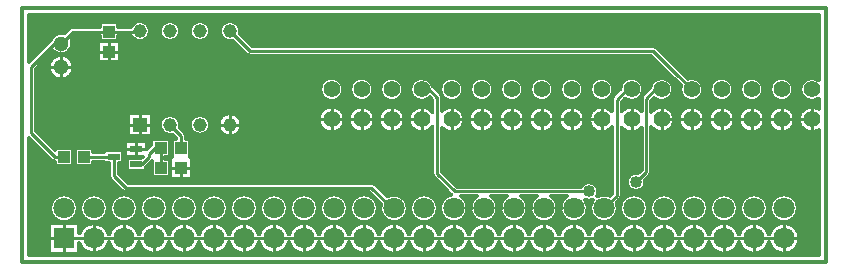
<source format=gbr>
G04 DesignSpark PCB Gerber Version 11.0 Build 5877*
%FSLAX35Y35*%
%MOIN*%
%ADD24R,0.03937X0.03937*%
%ADD106R,0.04563X0.04563*%
%ADD103R,0.07087X0.07087*%
%ADD11C,0.01000*%
%ADD10C,0.01200*%
%ADD13C,0.04000*%
%ADD107C,0.04563*%
%ADD105C,0.05118*%
%ADD102C,0.05500*%
%ADD104C,0.07087*%
%ADD109R,0.04134X0.01969*%
%ADD23R,0.03937X0.03937*%
X0Y0D02*
D02*
D10*
X1083Y600D02*
X269075D01*
Y85314D01*
X1083D01*
Y600D01*
X3484Y41850D02*
Y3000D01*
X266676D01*
Y44368D01*
G75*
G02*
X259967Y48022I-2360J3654D01*
G01*
G75*
G02*
X266676Y51676I4350J0D01*
G01*
Y54980D01*
G75*
G02*
X260467Y58022I-2360J3042D01*
G01*
G75*
G02*
X266676Y61064I3850J0D01*
G01*
Y82913D01*
X3484D01*
Y67230D01*
X10646Y74391D01*
G75*
G02*
X15337Y76767I3496J-1083D01*
G01*
X17048Y78478D01*
G75*
G02*
X18181Y78948I1133J-1130D01*
G01*
X27013D01*
Y80417D01*
X33151D01*
Y78948D01*
X37351D01*
G75*
G02*
X43785Y77495I3053J-1453D01*
G01*
G75*
G02*
X37509Y75748I-3381J0D01*
G01*
X33151D01*
Y74281D01*
X27013D01*
Y75748D01*
X18843D01*
X17599Y74504D01*
G75*
G02*
X11528Y70748I-3458J-1196D01*
G01*
X5738Y64958D01*
Y44122D01*
X12045Y37815D01*
Y38679D01*
X18181D01*
Y32541D01*
X12045D01*
Y34011D01*
X11986D01*
G75*
G02*
X10854Y34481I0J1600D01*
G01*
X3484Y41850D01*
X57072Y35427D02*
X57689D01*
Y28293D01*
X50553D01*
Y35427D01*
X50935D01*
Y41494D01*
X52554D01*
Y41831D01*
X51379Y43006D01*
G75*
G02*
X47022Y46243I-975J3238D01*
G01*
G75*
G02*
X53785I3381J0D01*
G01*
G75*
G02*
X53642Y45268I-3382J0D01*
G01*
X55283Y43626D01*
G75*
G02*
X55754Y42494I-1130J-1133D01*
G01*
Y41494D01*
X57072D01*
Y35427D01*
X47022Y77495D02*
G75*
G02*
X53785I3381J0D01*
G01*
G75*
G02*
X47022I-3381J0D01*
G01*
X57022Y46243D02*
G75*
G02*
X63785I3381J0D01*
G01*
G75*
G02*
X57022I-3381J0D01*
G01*
Y77495D02*
G75*
G02*
X63785I3381J0D01*
G01*
G75*
G02*
X57022I-3381J0D01*
G01*
X66522Y46243D02*
G75*
G02*
X74285I3881J0D01*
G01*
G75*
G02*
X66522I-3881J0D01*
G01*
X222972Y61630D02*
G75*
G02*
X228167Y58022I1345J-3607D01*
G01*
G75*
G02*
X220467I-3850J0D01*
G01*
G75*
G02*
X220709Y59367I3850J0D01*
G01*
X217912Y62164D01*
X210741Y69335D01*
X76973D01*
G75*
G02*
X75841Y69805I0J1600D01*
G01*
X71386Y74259D01*
G75*
G02*
X67022Y77495I-982J3236D01*
G01*
G75*
G02*
X73785I3381J0D01*
G01*
G75*
G02*
X73644Y76527I-3382J0D01*
G01*
X77636Y72535D01*
X211404D01*
G75*
G02*
X212537Y72065I0J-1600D01*
G01*
X220175Y64427D01*
X222972Y61630D01*
X219967Y48022D02*
G75*
G02*
X228667I4350J0D01*
G01*
G75*
G02*
X219967I-4350J0D01*
G01*
X220435Y18415D02*
G75*
G02*
X229722I4643J0D01*
G01*
G75*
G02*
X225079Y13772I-4643J0D01*
G01*
G75*
G02*
X220435Y18415I0J4643D01*
G01*
X99967Y48022D02*
G75*
G02*
X108667I4350J0D01*
G01*
G75*
G02*
X99967I-4350J0D01*
G01*
X100467Y58022D02*
G75*
G02*
X108167I3850J0D01*
G01*
G75*
G02*
X100467I-3850J0D01*
G01*
X109967Y48022D02*
G75*
G02*
X118667I4350J0D01*
G01*
G75*
G02*
X109967I-4350J0D01*
G01*
X110467Y58022D02*
G75*
G02*
X118167I3850J0D01*
G01*
G75*
G02*
X110467I-3850J0D01*
G01*
X119967Y48022D02*
G75*
G02*
X128667I4350J0D01*
G01*
G75*
G02*
X119967I-4350J0D01*
G01*
X120467Y58022D02*
G75*
G02*
X128167I3850J0D01*
G01*
G75*
G02*
X120467I-3850J0D01*
G01*
X210802Y50586D02*
G75*
G02*
X218667Y48022I3514J-2564D01*
G01*
G75*
G02*
X210802Y45458I-4350J0D01*
G01*
Y30609D01*
G75*
G02*
X210332Y29477I-1600J0D01*
G01*
X208773Y27917D01*
G75*
G02*
X208864Y27171I-3009J-745D01*
G01*
G75*
G02*
X202664I-3100J0D01*
G01*
G75*
G02*
X206510Y30180I3100J0D01*
G01*
X207602Y31272D01*
Y45172D01*
G75*
G02*
X200950Y45268I-3286J2850D01*
G01*
Y22632D01*
G75*
G02*
X200480Y21500I-1600J0D01*
G01*
X199309Y20329D01*
G75*
G02*
X195079Y13772I-4230J-1914D01*
G01*
G75*
G02*
X191363Y21199I0J4643D01*
G01*
G75*
G02*
X188733Y21279I-1229J2846D01*
G01*
G75*
G02*
X185079Y13772I-3655J-2864D01*
G01*
G75*
G02*
X182772Y22445I0J4643D01*
G01*
X177385D01*
G75*
G02*
X175079Y13772I-2307J-4030D01*
G01*
G75*
G02*
X172772Y22445I0J4643D01*
G01*
X167385D01*
G75*
G02*
X165079Y13772I-2307J-4030D01*
G01*
G75*
G02*
X162772Y22445I0J4643D01*
G01*
X157385D01*
G75*
G02*
X155079Y13772I-2307J-4030D01*
G01*
G75*
G02*
X152772Y22445I0J4643D01*
G01*
X147385D01*
G75*
G02*
X145079Y13772I-2307J-4030D01*
G01*
G75*
G02*
X144234Y22981I0J4643D01*
G01*
X138363Y28852D01*
G75*
G02*
X137893Y29984I1130J1133D01*
G01*
Y45546D01*
G75*
G02*
X129967Y48022I-3576J2476D01*
G01*
G75*
G02*
X137893Y50498I4350J0D01*
G01*
Y54642D01*
X137135Y55400D01*
G75*
G02*
X130467Y58022I-2819J2622D01*
G01*
G75*
G02*
X138033Y59028I3850J0D01*
G01*
X140623Y56437D01*
G75*
G02*
X141093Y55305I-1130J-1133D01*
G01*
Y50943D01*
G75*
G02*
X148667Y48022I3224J-2921D01*
G01*
G75*
G02*
X141093Y45101I-4350J0D01*
G01*
Y30647D01*
X146095Y25645D01*
X187479D01*
G75*
G02*
X192798Y22459I2655J-1600D01*
G01*
G75*
G02*
X197066Y22611I2281J-4045D01*
G01*
X197750Y23295D01*
Y45351D01*
G75*
G02*
X189967Y48022I-3433J2671D01*
G01*
G75*
G02*
X197750Y50693I4350J0D01*
G01*
Y54676D01*
G75*
G02*
X198220Y55809I1600J0D01*
G01*
X200467Y58056D01*
G75*
G02*
X208167Y58022I3850J-34D01*
G01*
G75*
G02*
X201934Y54998I-3850J0D01*
G01*
X200950Y54014D01*
Y50776D01*
G75*
G02*
X207602Y50872I3367J-2754D01*
G01*
Y54992D01*
G75*
G02*
X208071Y56124I1600J0D01*
G01*
X210504Y58556D01*
G75*
G02*
X218167Y58022I3813J-533D01*
G01*
G75*
G02*
X211685Y55212I-3850J0D01*
G01*
X210802Y54329D01*
Y50586D01*
X215079Y23058D02*
G75*
G02*
X219722Y18415I0J-4643D01*
G01*
G75*
G02*
X215079Y13772I-4643J0D01*
G01*
G75*
G02*
X210435Y18415I0J4643D01*
G01*
G75*
G02*
X215079Y23058I4643J0D01*
G01*
X200435Y18415D02*
G75*
G02*
X209722I4643J0D01*
G01*
G75*
G02*
X205079Y13772I-4643J0D01*
G01*
G75*
G02*
X200435Y18415I0J4643D01*
G01*
X135079Y23058D02*
G75*
G02*
X139722Y18415I0J-4643D01*
G01*
G75*
G02*
X135079Y13772I-4643J0D01*
G01*
G75*
G02*
X130435Y18415I0J4643D01*
G01*
G75*
G02*
X135079Y23058I4643J0D01*
G01*
X140467Y58022D02*
G75*
G02*
X148167I3850J0D01*
G01*
G75*
G02*
X140467I-3850J0D01*
G01*
X149967Y48022D02*
G75*
G02*
X158667I4350J0D01*
G01*
G75*
G02*
X149967I-4350J0D01*
G01*
X150467Y58022D02*
G75*
G02*
X158167I3850J0D01*
G01*
G75*
G02*
X150467I-3850J0D01*
G01*
X159967Y48022D02*
G75*
G02*
X168667I4350J0D01*
G01*
G75*
G02*
X159967I-4350J0D01*
G01*
X160467Y58022D02*
G75*
G02*
X168167I3850J0D01*
G01*
G75*
G02*
X160467I-3850J0D01*
G01*
X169967Y48022D02*
G75*
G02*
X178667I4350J0D01*
G01*
G75*
G02*
X169967I-4350J0D01*
G01*
X170467Y58022D02*
G75*
G02*
X178167I3850J0D01*
G01*
G75*
G02*
X170467I-3850J0D01*
G01*
X179967Y48022D02*
G75*
G02*
X188667I4350J0D01*
G01*
G75*
G02*
X179967I-4350J0D01*
G01*
X180467Y58022D02*
G75*
G02*
X188167I3850J0D01*
G01*
G75*
G02*
X180467I-3850J0D01*
G01*
X190467D02*
G75*
G02*
X198167I3850J0D01*
G01*
G75*
G02*
X190467I-3850J0D01*
G01*
X229967Y48022D02*
G75*
G02*
X238667I4350J0D01*
G01*
G75*
G02*
X229967I-4350J0D01*
G01*
X235079Y23058D02*
G75*
G02*
X239722Y18415I0J-4643D01*
G01*
G75*
G02*
X235079Y13772I-4643J0D01*
G01*
G75*
G02*
X230435Y18415I0J4643D01*
G01*
G75*
G02*
X235079Y23058I4643J0D01*
G01*
X230467Y58022D02*
G75*
G02*
X238167I3850J0D01*
G01*
G75*
G02*
X230467I-3850J0D01*
G01*
X239967Y48022D02*
G75*
G02*
X248667I4350J0D01*
G01*
G75*
G02*
X239967I-4350J0D01*
G01*
X245079Y23058D02*
G75*
G02*
X249722Y18415I0J-4643D01*
G01*
G75*
G02*
X245079Y13772I-4643J0D01*
G01*
G75*
G02*
X240435Y18415I0J4643D01*
G01*
G75*
G02*
X245079Y23058I4643J0D01*
G01*
X240467Y58022D02*
G75*
G02*
X248167I3850J0D01*
G01*
G75*
G02*
X240467I-3850J0D01*
G01*
X249967Y48022D02*
G75*
G02*
X258667I4350J0D01*
G01*
G75*
G02*
X249967I-4350J0D01*
G01*
X250435Y18415D02*
G75*
G02*
X259722I4643J0D01*
G01*
G75*
G02*
X255079Y13772I-4643J0D01*
G01*
G75*
G02*
X250435Y18415I0J4643D01*
G01*
X250467Y58022D02*
G75*
G02*
X258167I3850J0D01*
G01*
G75*
G02*
X250467I-3850J0D01*
G01*
X48910Y34927D02*
X50496D01*
Y28793D01*
X44360D01*
Y34125D01*
X42305Y32070D01*
Y30966D01*
X35970D01*
Y35135D01*
X40845D01*
X41294Y35584D01*
X35470D01*
Y40754D01*
X42805D01*
Y38091D01*
X44242Y39528D01*
Y41494D01*
X50380D01*
Y35356D01*
X48910D01*
Y34927D01*
X36521Y50124D02*
X44285D01*
Y42362D01*
X36521D01*
Y50124D01*
X26513Y74224D02*
X33651D01*
Y67088D01*
X26513D01*
Y74224D01*
X122718Y22413D02*
G75*
G02*
X129722Y18415I2361J-3998D01*
G01*
G75*
G02*
X125079Y13772I-4643J0D01*
G01*
G75*
G02*
X120686Y19920I0J4643D01*
G01*
X116911Y23695D01*
X35710D01*
G75*
G02*
X34578Y24165I0J1600D01*
G01*
X30528Y28215D01*
G75*
G02*
X30057Y29348I1130J1133D01*
G01*
Y33525D01*
X28490D01*
Y34011D01*
X24874D01*
Y32541D01*
X18738D01*
Y38679D01*
X24874D01*
Y37211D01*
X28490D01*
Y37694D01*
X34824D01*
Y33525D01*
X33257D01*
Y30011D01*
X36373Y26895D01*
X117573D01*
G75*
G02*
X118706Y26425I0J-1600D01*
G01*
X122718Y22413D01*
X40435Y18415D02*
G75*
G02*
X49722I4643J0D01*
G01*
G75*
G02*
X45079Y13772I-4643J0D01*
G01*
G75*
G02*
X40435Y18415I0J4643D01*
G01*
X55079Y23058D02*
G75*
G02*
X59722Y18415I0J-4643D01*
G01*
G75*
G02*
X55079Y13772I-4643J0D01*
G01*
G75*
G02*
X50435Y18415I0J4643D01*
G01*
G75*
G02*
X55079Y23058I4643J0D01*
G01*
X65079D02*
G75*
G02*
X69722Y18415I0J-4643D01*
G01*
G75*
G02*
X65079Y13772I-4643J0D01*
G01*
G75*
G02*
X60435Y18415I0J4643D01*
G01*
G75*
G02*
X65079Y23058I4643J0D01*
G01*
X70435Y18415D02*
G75*
G02*
X79722I4643J0D01*
G01*
G75*
G02*
X75079Y13772I-4643J0D01*
G01*
G75*
G02*
X70435Y18415I0J4643D01*
G01*
X85079Y23058D02*
G75*
G02*
X89722Y18415I0J-4643D01*
G01*
G75*
G02*
X85079Y13772I-4643J0D01*
G01*
G75*
G02*
X80435Y18415I0J4643D01*
G01*
G75*
G02*
X85079Y23058I4643J0D01*
G01*
X90435Y18415D02*
G75*
G02*
X99722I4643J0D01*
G01*
G75*
G02*
X95079Y13772I-4643J0D01*
G01*
G75*
G02*
X90435Y18415I0J4643D01*
G01*
X105079Y23058D02*
G75*
G02*
X109722Y18415I0J-4643D01*
G01*
G75*
G02*
X105079Y13772I-4643J0D01*
G01*
G75*
G02*
X100435Y18415I0J4643D01*
G01*
G75*
G02*
X105079Y23058I4643J0D01*
G01*
X115079D02*
G75*
G02*
X119722Y18415I0J-4643D01*
G01*
G75*
G02*
X115079Y13772I-4643J0D01*
G01*
G75*
G02*
X110435Y18415I0J4643D01*
G01*
G75*
G02*
X115079Y23058I4643J0D01*
G01*
X35079D02*
G75*
G02*
X39722Y18415I0J-4643D01*
G01*
G75*
G02*
X35079Y13772I-4643J0D01*
G01*
G75*
G02*
X30435Y18415I0J4643D01*
G01*
G75*
G02*
X35079Y23058I4643J0D01*
G01*
X25079D02*
G75*
G02*
X29722Y18415I0J-4643D01*
G01*
G75*
G02*
X25079Y13772I-4643J0D01*
G01*
G75*
G02*
X20435Y18415I0J4643D01*
G01*
G75*
G02*
X25079Y23058I4643J0D01*
G01*
X14141Y69594D02*
G75*
G02*
X18300Y65435I0J-4159D01*
G01*
G75*
G02*
X14141Y61276I-4159J0D01*
G01*
G75*
G02*
X9982Y65435I0J4159D01*
G01*
G75*
G02*
X14141Y69594I4159J0D01*
G01*
X250079Y9620D02*
G75*
G02*
X260222Y8415I5000J-1206D01*
G01*
G75*
G02*
X250079Y7209I-5143J0D01*
G01*
G75*
G02*
X240079I-5000J1206D01*
G01*
G75*
G02*
X230079I-5000J1206D01*
G01*
G75*
G02*
X220079I-5000J1206D01*
G01*
G75*
G02*
X210079I-5000J1206D01*
G01*
G75*
G02*
X200079I-5000J1206D01*
G01*
G75*
G02*
X190079I-5000J1206D01*
G01*
G75*
G02*
X180079I-5000J1206D01*
G01*
G75*
G02*
X170079I-5000J1206D01*
G01*
G75*
G02*
X160079I-5000J1206D01*
G01*
G75*
G02*
X150079I-5000J1206D01*
G01*
G75*
G02*
X140079I-5000J1206D01*
G01*
G75*
G02*
X130079I-5000J1206D01*
G01*
G75*
G02*
X120079I-5000J1206D01*
G01*
G75*
G02*
X110079I-5000J1206D01*
G01*
G75*
G02*
X100079I-5000J1206D01*
G01*
G75*
G02*
X90079I-5000J1206D01*
G01*
G75*
G02*
X80079I-5000J1206D01*
G01*
G75*
G02*
X70079I-5000J1206D01*
G01*
G75*
G02*
X60079I-5000J1206D01*
G01*
G75*
G02*
X50079I-5000J1206D01*
G01*
G75*
G02*
X40079I-5000J1206D01*
G01*
G75*
G02*
X30079I-5000J1206D01*
G01*
G75*
G02*
X20222Y6722I-5000J1206D01*
G01*
Y3273D01*
X9935D01*
Y13557D01*
X20222D01*
Y10108D01*
G75*
G02*
X30079Y9620I4857J-1693D01*
G01*
G75*
G02*
X40079I5000J-1206D01*
G01*
G75*
G02*
X50079I5000J-1206D01*
G01*
G75*
G02*
X60079I5000J-1206D01*
G01*
G75*
G02*
X70079I5000J-1206D01*
G01*
G75*
G02*
X80079I5000J-1206D01*
G01*
G75*
G02*
X90079I5000J-1206D01*
G01*
G75*
G02*
X100079I5000J-1206D01*
G01*
G75*
G02*
X110079I5000J-1206D01*
G01*
G75*
G02*
X120079I5000J-1206D01*
G01*
G75*
G02*
X130079I5000J-1206D01*
G01*
G75*
G02*
X140079I5000J-1206D01*
G01*
G75*
G02*
X150079I5000J-1206D01*
G01*
G75*
G02*
X160079I5000J-1206D01*
G01*
G75*
G02*
X170079I5000J-1206D01*
G01*
G75*
G02*
X180079I5000J-1206D01*
G01*
G75*
G02*
X190079I5000J-1206D01*
G01*
G75*
G02*
X200079I5000J-1206D01*
G01*
G75*
G02*
X210079I5000J-1206D01*
G01*
G75*
G02*
X220079I5000J-1206D01*
G01*
G75*
G02*
X230079I5000J-1206D01*
G01*
G75*
G02*
X240079I5000J-1206D01*
G01*
G75*
G02*
X250079I5000J-1206D01*
G01*
X15079Y23058D02*
G75*
G02*
X19722Y18415I0J-4643D01*
G01*
G75*
G02*
X15079Y13772I-4643J0D01*
G01*
G75*
G02*
X10435Y18415I0J4643D01*
G01*
G75*
G02*
X15079Y23058I4643J0D01*
G01*
X4084Y8415D02*
G36*
X4084Y8415D02*
Y3600D01*
X9935D01*
Y8415D01*
X4084D01*
G37*
X20222Y6722D02*
G36*
X20222Y6722D02*
Y3600D01*
X23270D01*
G75*
G02*
X20222Y6722I1808J4815D01*
G01*
G37*
X30079Y7209D02*
G36*
X30079Y7209D02*
G75*
G02*
X26887Y3600I-5000J1206D01*
G01*
X33270D01*
G75*
G02*
X30079Y7209I1808J4815D01*
G01*
G37*
X40079D02*
G36*
X40079Y7209D02*
G75*
G02*
X36887Y3600I-5000J1206D01*
G01*
X43270D01*
G75*
G02*
X40079Y7209I1808J4815D01*
G01*
G37*
X50079D02*
G36*
X50079Y7209D02*
G75*
G02*
X46887Y3600I-5000J1206D01*
G01*
X53270D01*
G75*
G02*
X50079Y7209I1808J4815D01*
G01*
G37*
X60079D02*
G36*
X60079Y7209D02*
G75*
G02*
X56887Y3600I-5000J1206D01*
G01*
X63270D01*
G75*
G02*
X60079Y7209I1808J4815D01*
G01*
G37*
X70079D02*
G36*
X70079Y7209D02*
G75*
G02*
X66887Y3600I-5000J1206D01*
G01*
X73270D01*
G75*
G02*
X70079Y7209I1808J4815D01*
G01*
G37*
X80079D02*
G36*
X80079Y7209D02*
G75*
G02*
X76887Y3600I-5000J1206D01*
G01*
X83270D01*
G75*
G02*
X80079Y7209I1808J4815D01*
G01*
G37*
X90079D02*
G36*
X90079Y7209D02*
G75*
G02*
X86887Y3600I-5000J1206D01*
G01*
X93270D01*
G75*
G02*
X90079Y7209I1808J4815D01*
G01*
G37*
X100079D02*
G36*
X100079Y7209D02*
G75*
G02*
X96887Y3600I-5000J1206D01*
G01*
X103270D01*
G75*
G02*
X100079Y7209I1808J4815D01*
G01*
G37*
X110079D02*
G36*
X110079Y7209D02*
G75*
G02*
X106887Y3600I-5000J1206D01*
G01*
X113270D01*
G75*
G02*
X110079Y7209I1808J4815D01*
G01*
G37*
X120079D02*
G36*
X120079Y7209D02*
G75*
G02*
X116887Y3600I-5000J1206D01*
G01*
X123270D01*
G75*
G02*
X120079Y7209I1808J4815D01*
G01*
G37*
X130079D02*
G36*
X130079Y7209D02*
G75*
G02*
X126887Y3600I-5000J1206D01*
G01*
X133270D01*
G75*
G02*
X130079Y7209I1808J4815D01*
G01*
G37*
X140079D02*
G36*
X140079Y7209D02*
G75*
G02*
X136887Y3600I-5000J1206D01*
G01*
X143270D01*
G75*
G02*
X140079Y7209I1808J4815D01*
G01*
G37*
X150079D02*
G36*
X150079Y7209D02*
G75*
G02*
X146887Y3600I-5000J1206D01*
G01*
X153270D01*
G75*
G02*
X150079Y7209I1808J4815D01*
G01*
G37*
X160079D02*
G36*
X160079Y7209D02*
G75*
G02*
X156887Y3600I-5000J1206D01*
G01*
X163270D01*
G75*
G02*
X160079Y7209I1808J4815D01*
G01*
G37*
X170079D02*
G36*
X170079Y7209D02*
G75*
G02*
X166887Y3600I-5000J1206D01*
G01*
X173270D01*
G75*
G02*
X170079Y7209I1808J4815D01*
G01*
G37*
X180079D02*
G36*
X180079Y7209D02*
G75*
G02*
X176887Y3600I-5000J1206D01*
G01*
X183270D01*
G75*
G02*
X180079Y7209I1808J4815D01*
G01*
G37*
X190079D02*
G36*
X190079Y7209D02*
G75*
G02*
X186887Y3600I-5000J1206D01*
G01*
X193270D01*
G75*
G02*
X190079Y7209I1808J4815D01*
G01*
G37*
X200079D02*
G36*
X200079Y7209D02*
G75*
G02*
X196887Y3600I-5000J1206D01*
G01*
X203270D01*
G75*
G02*
X200079Y7209I1808J4815D01*
G01*
G37*
X210079D02*
G36*
X210079Y7209D02*
G75*
G02*
X206887Y3600I-5000J1206D01*
G01*
X213270D01*
G75*
G02*
X210079Y7209I1808J4815D01*
G01*
G37*
X220079D02*
G36*
X220079Y7209D02*
G75*
G02*
X216887Y3600I-5000J1206D01*
G01*
X223270D01*
G75*
G02*
X220079Y7209I1808J4815D01*
G01*
G37*
X230079D02*
G36*
X230079Y7209D02*
G75*
G02*
X226887Y3600I-5000J1206D01*
G01*
X233270D01*
G75*
G02*
X230079Y7209I1808J4815D01*
G01*
G37*
X240079D02*
G36*
X240079Y7209D02*
G75*
G02*
X236887Y3600I-5000J1206D01*
G01*
X243270D01*
G75*
G02*
X240079Y7209I1808J4815D01*
G01*
G37*
X250079D02*
G36*
X250079Y7209D02*
G75*
G02*
X246887Y3600I-5000J1206D01*
G01*
X253270D01*
G75*
G02*
X250079Y7209I1809J4815D01*
G01*
G37*
X260222Y8415D02*
G36*
X260222Y8415D02*
G75*
G02*
X256887Y3600I-5143J0D01*
G01*
X266076D01*
Y8415D01*
X260222D01*
G37*
X4084Y18415D02*
G36*
X4084Y18415D02*
Y8415D01*
X9935D01*
Y13557D01*
X20222D01*
Y10108D01*
G75*
G02*
X30079Y9620I4857J-1693D01*
G01*
G75*
G02*
X40079I5000J-1206D01*
G01*
G75*
G02*
X50079I5000J-1206D01*
G01*
G75*
G02*
X60079I5000J-1206D01*
G01*
G75*
G02*
X70079I5000J-1206D01*
G01*
G75*
G02*
X80079I5000J-1206D01*
G01*
G75*
G02*
X90079I5000J-1206D01*
G01*
G75*
G02*
X100079I5000J-1206D01*
G01*
G75*
G02*
X110079I5000J-1206D01*
G01*
G75*
G02*
X120079I5000J-1206D01*
G01*
G75*
G02*
X130079I5000J-1206D01*
G01*
G75*
G02*
X140079I5000J-1206D01*
G01*
G75*
G02*
X150079I5000J-1206D01*
G01*
G75*
G02*
X160079I5000J-1206D01*
G01*
G75*
G02*
X170079I5000J-1206D01*
G01*
G75*
G02*
X180079I5000J-1206D01*
G01*
G75*
G02*
X190079I5000J-1206D01*
G01*
G75*
G02*
X200079I5000J-1206D01*
G01*
G75*
G02*
X210079I5000J-1206D01*
G01*
G75*
G02*
X220079I5000J-1206D01*
G01*
G75*
G02*
X230079I5000J-1206D01*
G01*
G75*
G02*
X240079I5000J-1206D01*
G01*
G75*
G02*
X250079I5000J-1206D01*
G01*
G75*
G02*
X260222Y8415I5000J-1206D01*
G01*
X266076D01*
Y18415D01*
X259722D01*
Y18415D01*
G75*
G02*
X255079Y13772I-4643J0D01*
G01*
G75*
G02*
X250435Y18415I0J4643D01*
G01*
Y18415D01*
X249722D01*
Y18415D01*
G75*
G02*
X245079Y13772I-4643J0D01*
G01*
G75*
G02*
X240435Y18415I0J4643D01*
G01*
Y18415D01*
X239722D01*
Y18415D01*
G75*
G02*
X235079Y13772I-4643J0D01*
G01*
G75*
G02*
X230435Y18415I0J4643D01*
G01*
Y18415D01*
X229722D01*
Y18415D01*
G75*
G02*
X225079Y13772I-4643J0D01*
G01*
G75*
G02*
X220435Y18415I0J4643D01*
G01*
Y18415D01*
X219722D01*
Y18415D01*
G75*
G02*
X215079Y13772I-4643J0D01*
G01*
G75*
G02*
X210435Y18415I0J4643D01*
G01*
Y18415D01*
X209722D01*
Y18415D01*
G75*
G02*
X205079Y13772I-4643J0D01*
G01*
G75*
G02*
X200435Y18415I0J4643D01*
G01*
Y18415D01*
X199722D01*
Y18415D01*
G75*
G02*
X195079Y13772I-4643J0D01*
G01*
G75*
G02*
X190435Y18415I0J4643D01*
G01*
X189722D01*
G75*
G02*
X185079Y13772I-4643J0D01*
G01*
G75*
G02*
X180435Y18415I0J4643D01*
G01*
X179722D01*
G75*
G02*
X175079Y13772I-4643J0D01*
G01*
G75*
G02*
X170435Y18415I0J4643D01*
G01*
X169722D01*
G75*
G02*
X165079Y13772I-4643J0D01*
G01*
G75*
G02*
X160435Y18415I0J4643D01*
G01*
X159722D01*
G75*
G02*
X155079Y13772I-4643J0D01*
G01*
G75*
G02*
X150435Y18415I0J4643D01*
G01*
X149722D01*
G75*
G02*
X145079Y13772I-4643J0D01*
G01*
G75*
G02*
X140435Y18415I0J4643D01*
G01*
X139722D01*
Y18415D01*
G75*
G02*
X135079Y13772I-4643J0D01*
G01*
G75*
G02*
X130435Y18415I0J4643D01*
G01*
Y18415D01*
X129722D01*
Y18415D01*
G75*
G02*
X125079Y13772I-4643J0D01*
G01*
G75*
G02*
X120435Y18415I0J4643D01*
G01*
Y18415D01*
X119722D01*
Y18415D01*
G75*
G02*
X115079Y13772I-4643J0D01*
G01*
G75*
G02*
X110435Y18415I0J4643D01*
G01*
Y18415D01*
X109722D01*
Y18415D01*
G75*
G02*
X105079Y13772I-4643J0D01*
G01*
G75*
G02*
X100435Y18415I0J4643D01*
G01*
Y18415D01*
X99722D01*
Y18415D01*
G75*
G02*
X95079Y13772I-4643J0D01*
G01*
G75*
G02*
X90435Y18415I0J4643D01*
G01*
Y18415D01*
X89722D01*
Y18415D01*
G75*
G02*
X85079Y13772I-4643J0D01*
G01*
G75*
G02*
X80435Y18415I0J4643D01*
G01*
Y18415D01*
X79722D01*
Y18415D01*
G75*
G02*
X75079Y13772I-4643J0D01*
G01*
G75*
G02*
X70435Y18415I0J4643D01*
G01*
Y18415D01*
X69722D01*
Y18415D01*
G75*
G02*
X65079Y13772I-4643J0D01*
G01*
G75*
G02*
X60435Y18415I0J4643D01*
G01*
Y18415D01*
X59722D01*
Y18415D01*
G75*
G02*
X55079Y13772I-4643J0D01*
G01*
G75*
G02*
X50435Y18415I0J4643D01*
G01*
Y18415D01*
X49722D01*
Y18415D01*
G75*
G02*
X45079Y13772I-4643J0D01*
G01*
G75*
G02*
X40435Y18415I0J4643D01*
G01*
Y18415D01*
X39722D01*
Y18415D01*
G75*
G02*
X35079Y13772I-4643J0D01*
G01*
G75*
G02*
X30435Y18415I0J4643D01*
G01*
Y18415D01*
X29722D01*
Y18415D01*
G75*
G02*
X25079Y13772I-4643J0D01*
G01*
G75*
G02*
X20435Y18415I0J4643D01*
G01*
Y18415D01*
X19722D01*
Y18415D01*
G75*
G02*
X15079Y13772I-4643J0D01*
G01*
G75*
G02*
X10435Y18415I0J4643D01*
G01*
Y18415D01*
X4084D01*
G37*
Y38959D02*
G36*
X4084Y38959D02*
Y18415D01*
X10435D01*
Y18415D01*
G75*
G02*
X15079Y23058I4643J0D01*
G01*
G75*
G02*
X19722Y18415I0J-4643D01*
G01*
Y18415D01*
X20435D01*
Y18415D01*
G75*
G02*
X25079Y23058I4643J0D01*
G01*
G75*
G02*
X29722Y18415I0J-4643D01*
G01*
Y18415D01*
X30435D01*
Y18415D01*
G75*
G02*
X35079Y23058I4643J0D01*
G01*
G75*
G02*
X39722Y18415I0J-4643D01*
G01*
Y18415D01*
X40435D01*
G75*
G02*
X49722I4643J0D01*
G01*
X50435D01*
Y18415D01*
G75*
G02*
X55079Y23058I4643J0D01*
G01*
G75*
G02*
X59722Y18415I0J-4643D01*
G01*
Y18415D01*
X60435D01*
Y18415D01*
G75*
G02*
X65079Y23058I4643J0D01*
G01*
G75*
G02*
X69722Y18415I0J-4643D01*
G01*
Y18415D01*
X70435D01*
G75*
G02*
X79722I4643J0D01*
G01*
X80435D01*
Y18415D01*
G75*
G02*
X85079Y23058I4643J0D01*
G01*
G75*
G02*
X89722Y18415I0J-4643D01*
G01*
Y18415D01*
X90435D01*
G75*
G02*
X99722I4643J0D01*
G01*
X100435D01*
Y18415D01*
G75*
G02*
X105079Y23058I4643J0D01*
G01*
G75*
G02*
X109722Y18415I0J-4643D01*
G01*
Y18415D01*
X110435D01*
Y18415D01*
G75*
G02*
X115079Y23058I4643J0D01*
G01*
G75*
G02*
X119722Y18415I0J-4643D01*
G01*
Y18415D01*
X120435D01*
G75*
G02*
X120686Y19920I4643J-1D01*
G01*
X116911Y23695D01*
X35710D01*
G75*
G02*
X34578Y24165I0J1599D01*
G01*
X30528Y28215D01*
G75*
G02*
X30057Y29348I1129J1132D01*
G01*
Y29348D01*
Y33525D01*
X28490D01*
Y34011D01*
X24874D01*
Y32541D01*
X18738D01*
Y38679D01*
X24874D01*
Y37211D01*
X28490D01*
Y37694D01*
X34824D01*
Y33525D01*
X33257D01*
Y30011D01*
X36373Y26895D01*
X117573D01*
G75*
G02*
X118706Y26425I0J-1599D01*
G01*
X122718Y22413D01*
G75*
G02*
X129722Y18415I2361J-3999D01*
G01*
X130435D01*
Y18415D01*
G75*
G02*
X135079Y23058I4643J0D01*
G01*
G75*
G02*
X139722Y18415I0J-4643D01*
G01*
Y18415D01*
X140435D01*
G75*
G02*
X144234Y22981I4643J0D01*
G01*
X138363Y28852D01*
G75*
G02*
X137893Y29984I1129J1132D01*
G01*
Y29984D01*
Y38959D01*
X57072D01*
Y35427D01*
X57689D01*
Y28293D01*
X50553D01*
Y35427D01*
X50935D01*
Y38959D01*
X50380D01*
Y35356D01*
X48910D01*
Y34927D01*
X50496D01*
Y28793D01*
X44360D01*
Y34125D01*
X42305Y32070D01*
Y30966D01*
X35970D01*
Y35135D01*
X40845D01*
X41294Y35584D01*
X35470D01*
Y38959D01*
X10901D01*
X12045Y37815D01*
Y38679D01*
X18181D01*
Y32541D01*
X12045D01*
Y34011D01*
X11986D01*
G75*
G02*
X10854Y34481I0J1599D01*
G01*
X6376Y38959D01*
X4084D01*
G37*
X42805D02*
G36*
X42805Y38959D02*
Y38091D01*
X43672Y38959D01*
X42805D01*
G37*
X141093D02*
G36*
X141093Y38959D02*
Y30647D01*
X146095Y25645D01*
X187479D01*
G75*
G02*
X193234Y24045I2655J-1600D01*
G01*
G75*
G02*
X192798Y22459I-3100J0D01*
G01*
G75*
G02*
X197066Y22611I2281J-4047D01*
G01*
X197750Y23295D01*
Y38959D01*
X141093D01*
G37*
X149722Y18415D02*
G36*
X149722Y18415D02*
X150435D01*
G75*
G02*
X152772Y22445I4643J0D01*
G01*
X147385D01*
G75*
G02*
X149722Y18415I-2307J-4030D01*
G01*
G37*
X159722D02*
G36*
X159722Y18415D02*
X160435D01*
G75*
G02*
X162772Y22445I4643J0D01*
G01*
X157385D01*
G75*
G02*
X159722Y18415I-2307J-4030D01*
G01*
G37*
X169722D02*
G36*
X169722Y18415D02*
X170435D01*
G75*
G02*
X172772Y22445I4643J0D01*
G01*
X167385D01*
G75*
G02*
X169722Y18415I-2307J-4030D01*
G01*
G37*
X179722D02*
G36*
X179722Y18415D02*
X180435D01*
G75*
G02*
X182772Y22445I4643J0D01*
G01*
X177385D01*
G75*
G02*
X179722Y18415I-2307J-4030D01*
G01*
G37*
X189722D02*
G36*
X189722Y18415D02*
X190435D01*
G75*
G02*
X191363Y21199I4644J0D01*
G01*
G75*
G02*
X188733Y21279I-1229J2848D01*
G01*
G75*
G02*
X189722Y18415I-3655J-2864D01*
G01*
G37*
X199309Y20329D02*
G36*
X199309Y20329D02*
G75*
G02*
X199722Y18415I-4230J-1914D01*
G01*
X200435D01*
G75*
G02*
X209722I4643J0D01*
G01*
X210435D01*
Y18415D01*
G75*
G02*
X215079Y23058I4643J0D01*
G01*
G75*
G02*
X219722Y18415I0J-4643D01*
G01*
Y18415D01*
X220435D01*
G75*
G02*
X229722I4643J0D01*
G01*
X230435D01*
Y18415D01*
G75*
G02*
X235079Y23058I4643J0D01*
G01*
G75*
G02*
X239722Y18415I0J-4643D01*
G01*
Y18415D01*
X240435D01*
Y18415D01*
G75*
G02*
X245079Y23058I4643J0D01*
G01*
G75*
G02*
X249722Y18415I0J-4643D01*
G01*
Y18415D01*
X250435D01*
G75*
G02*
X259722I4643J0D01*
G01*
X266076D01*
Y38959D01*
X210802D01*
Y30609D01*
Y30609D01*
G75*
G02*
X210332Y29477I-1599J0D01*
G01*
X208773Y27917D01*
G75*
G02*
X208864Y27171I-3014J-746D01*
G01*
G75*
G02*
X202664I-3100J0D01*
G01*
Y27171D01*
G75*
G02*
X206510Y30180I3100J0D01*
G01*
X207602Y31272D01*
Y38959D01*
X200950D01*
Y22632D01*
Y22632D01*
G75*
G02*
X200480Y21500I-1599J0D01*
G01*
X199309Y20329D01*
G37*
X4084Y41250D02*
G36*
X4084Y41250D02*
Y38959D01*
X6376D01*
X4084Y41250D01*
G37*
X5738Y46243D02*
G36*
X5738Y46243D02*
Y44122D01*
X10901Y38959D01*
X35470D01*
Y40754D01*
X42805D01*
Y38959D01*
X43672D01*
X44242Y39528D01*
Y41494D01*
X50380D01*
Y38959D01*
X50935D01*
Y41494D01*
X52554D01*
Y41831D01*
X51379Y43006D01*
G75*
G02*
X47022Y46243I-975J3238D01*
G01*
X44285D01*
Y42362D01*
X36521D01*
Y46243D01*
X5738D01*
G37*
X53785D02*
G36*
X53785Y46243D02*
G75*
G02*
X53642Y45268I-3390J1D01*
G01*
X55283Y43626D01*
G75*
G02*
X55754Y42494I-1129J-1132D01*
G01*
Y42494D01*
Y41494D01*
X57072D01*
Y38959D01*
X137893D01*
Y45546D01*
G75*
G02*
X130347Y46243I-3576J2476D01*
G01*
X128286D01*
G75*
G02*
X120347I-3970J1779D01*
G01*
X118286D01*
G75*
G02*
X110347I-3970J1779D01*
G01*
X108286D01*
G75*
G02*
X100347I-3970J1779D01*
G01*
X74285D01*
G75*
G02*
X66522I-3881J0D01*
G01*
X63785D01*
G75*
G02*
X57022I-3381J0D01*
G01*
X53785D01*
G37*
X141093Y45101D02*
G36*
X141093Y45101D02*
Y38959D01*
X197750D01*
Y45351D01*
G75*
G02*
X190347Y46243I-3433J2672D01*
G01*
X188286D01*
G75*
G02*
X180347I-3970J1779D01*
G01*
X178286D01*
G75*
G02*
X170347I-3970J1779D01*
G01*
X168286D01*
G75*
G02*
X160347I-3970J1779D01*
G01*
X158286D01*
G75*
G02*
X150347I-3970J1779D01*
G01*
X148286D01*
G75*
G02*
X141093Y45101I-3970J1779D01*
G01*
G37*
X200950Y45268D02*
G36*
X200950Y45268D02*
Y38959D01*
X207602D01*
Y45172D01*
G75*
G02*
X200950Y45268I-3286J2850D01*
G01*
G37*
X210802Y45458D02*
G36*
X210802Y45458D02*
Y38959D01*
X266076D01*
Y44044D01*
G75*
G02*
X260347Y46243I-1760J3978D01*
G01*
X258286D01*
G75*
G02*
X250347I-3970J1779D01*
G01*
X248286D01*
G75*
G02*
X240347I-3970J1779D01*
G01*
X238286D01*
G75*
G02*
X230347I-3970J1779D01*
G01*
X228286D01*
G75*
G02*
X220347I-3970J1779D01*
G01*
X218286D01*
G75*
G02*
X210802Y45458I-3970J1779D01*
G01*
G37*
X5738Y58022D02*
G36*
X5738Y58022D02*
Y46243D01*
X36521D01*
Y50124D01*
X44285D01*
Y46243D01*
X47022D01*
G75*
G02*
X53785I3381J0D01*
G01*
X57022D01*
G75*
G02*
X63785I3381J0D01*
G01*
X66522D01*
G75*
G02*
X74285I3881J0D01*
G01*
X100347D01*
G75*
G02*
X99967Y48022I3970J1779D01*
G01*
G75*
G02*
X108667I4350J0D01*
G01*
G75*
G02*
X108286Y46243I-4350J0D01*
G01*
X110347D01*
G75*
G02*
X109967Y48022I3970J1779D01*
G01*
G75*
G02*
X118667I4350J0D01*
G01*
G75*
G02*
X118286Y46243I-4350J0D01*
G01*
X120347D01*
G75*
G02*
X119967Y48022I3970J1779D01*
G01*
G75*
G02*
X128667I4350J0D01*
G01*
G75*
G02*
X128286Y46243I-4350J0D01*
G01*
X130347D01*
G75*
G02*
X129967Y48022I3970J1779D01*
G01*
G75*
G02*
X137893Y50498I4350J0D01*
G01*
Y54642D01*
X137135Y55400D01*
G75*
G02*
X130467Y58022I-2819J2622D01*
G01*
X128167D01*
G75*
G02*
X120467I-3850J0D01*
G01*
X118167D01*
G75*
G02*
X110467I-3850J0D01*
G01*
X108167D01*
G75*
G02*
X100467I-3850J0D01*
G01*
X5738D01*
G37*
X140467D02*
G36*
X140467Y58022D02*
X139039D01*
X140623Y56437D01*
G75*
G02*
X141093Y55305I-1129J-1132D01*
G01*
Y55305D01*
Y50943D01*
G75*
G02*
X148667Y48022I3224J-2921D01*
G01*
G75*
G02*
X148286Y46243I-4350J0D01*
G01*
X150347D01*
G75*
G02*
X149967Y48022I3970J1779D01*
G01*
G75*
G02*
X158667I4350J0D01*
G01*
G75*
G02*
X158286Y46243I-4350J0D01*
G01*
X160347D01*
G75*
G02*
X159967Y48022I3970J1779D01*
G01*
G75*
G02*
X168667I4350J0D01*
G01*
G75*
G02*
X168286Y46243I-4350J0D01*
G01*
X170347D01*
G75*
G02*
X169967Y48022I3970J1779D01*
G01*
G75*
G02*
X178667I4350J0D01*
G01*
G75*
G02*
X178286Y46243I-4350J0D01*
G01*
X180347D01*
G75*
G02*
X179967Y48022I3970J1779D01*
G01*
G75*
G02*
X188667I4350J0D01*
G01*
G75*
G02*
X188286Y46243I-4350J0D01*
G01*
X190347D01*
G75*
G02*
X189967Y48022I3970J1779D01*
G01*
G75*
G02*
X197750Y50693I4350J0D01*
G01*
Y54676D01*
Y54677D01*
G75*
G02*
X198220Y55809I1599J0D01*
G01*
X200432Y58022D01*
X198167D01*
G75*
G02*
X190467I-3850J0D01*
G01*
X188167D01*
G75*
G02*
X180467I-3850J0D01*
G01*
X178167D01*
G75*
G02*
X170467I-3850J0D01*
G01*
X168167D01*
G75*
G02*
X160467I-3850J0D01*
G01*
X158167D01*
G75*
G02*
X150467I-3850J0D01*
G01*
X148167D01*
G75*
G02*
X140467I-3850J0D01*
G01*
G37*
X200950Y54014D02*
G36*
X200950Y54014D02*
Y50776D01*
G75*
G02*
X207602Y50872I3367J-2754D01*
G01*
Y54992D01*
G75*
G02*
X208071Y56124I1603J-1D01*
G01*
X209970Y58022D01*
X208167D01*
G75*
G02*
X201934Y54998I-3850J0D01*
G01*
X200950Y54014D01*
G37*
X210802Y54329D02*
G36*
X210802Y54329D02*
Y50586D01*
G75*
G02*
X218667Y48022I3514J-2564D01*
G01*
G75*
G02*
X218286Y46243I-4350J0D01*
G01*
X220347D01*
G75*
G02*
X219967Y48022I3970J1779D01*
G01*
G75*
G02*
X228667I4350J0D01*
G01*
G75*
G02*
X228286Y46243I-4350J0D01*
G01*
X230347D01*
G75*
G02*
X229967Y48022I3970J1779D01*
G01*
G75*
G02*
X238667I4350J0D01*
G01*
G75*
G02*
X238286Y46243I-4350J0D01*
G01*
X240347D01*
G75*
G02*
X239967Y48022I3970J1779D01*
G01*
G75*
G02*
X248667I4350J0D01*
G01*
G75*
G02*
X248286Y46243I-4350J0D01*
G01*
X250347D01*
G75*
G02*
X249967Y48022I3970J1779D01*
G01*
G75*
G02*
X258667I4350J0D01*
G01*
G75*
G02*
X258286Y46243I-4350J0D01*
G01*
X260347D01*
G75*
G02*
X259967Y48022I3970J1779D01*
G01*
G75*
G02*
X266076Y52000I4350J0D01*
G01*
Y54598D01*
G75*
G02*
X260467Y58022I-1760J3424D01*
G01*
X258167D01*
G75*
G02*
X250467I-3850J0D01*
G01*
X248167D01*
G75*
G02*
X240467I-3850J0D01*
G01*
X238167D01*
G75*
G02*
X230467I-3850J0D01*
G01*
X228167D01*
G75*
G02*
X220467I-3850J0D01*
G01*
X218167D01*
G75*
G02*
X211685Y55212I-3850J0D01*
G01*
X210802Y54329D01*
G37*
X5738Y64958D02*
G36*
X5738Y64958D02*
Y58022D01*
X100467D01*
G75*
G02*
X108167I3850J0D01*
G01*
X110467D01*
G75*
G02*
X118167I3850J0D01*
G01*
X120467D01*
G75*
G02*
X128167I3850J0D01*
G01*
X130467D01*
G75*
G02*
X138033Y59028I3850J0D01*
G01*
X139039Y58022D01*
X140467D01*
G75*
G02*
X148167I3850J0D01*
G01*
X150467D01*
G75*
G02*
X158167I3850J0D01*
G01*
X160467D01*
G75*
G02*
X168167I3850J0D01*
G01*
X170467D01*
G75*
G02*
X178167I3850J0D01*
G01*
X180467D01*
G75*
G02*
X188167I3850J0D01*
G01*
X190467D01*
G75*
G02*
X198167I3850J0D01*
G01*
X200432D01*
X200467Y58056D01*
G75*
G02*
X208167Y58022I3850J-34D01*
G01*
X209970D01*
X210504Y58556D01*
G75*
G02*
X218167Y58022I3813J-534D01*
G01*
X220467D01*
Y58022D01*
G75*
G02*
X220709Y59367I3848J0D01*
G01*
X217912Y62164D01*
X214641Y65435D01*
X18300D01*
G75*
G02*
X14141Y61276I-4159J0D01*
G01*
G75*
G02*
X9982Y65435I0J4159D01*
G01*
X6215D01*
X5738Y64958D01*
G37*
X219167Y65435D02*
G36*
X219167Y65435D02*
X220175Y64427D01*
X222972Y61630D01*
G75*
G02*
X228167Y58022I1345J-3607D01*
G01*
X230467D01*
G75*
G02*
X238167I3850J0D01*
G01*
X240467D01*
G75*
G02*
X248167I3850J0D01*
G01*
X250467D01*
G75*
G02*
X258167I3850J0D01*
G01*
X260467D01*
G75*
G02*
X266076Y61446I3850J0D01*
G01*
Y65435D01*
X219167D01*
G37*
X4084Y70656D02*
G36*
X4084Y70656D02*
Y67830D01*
X6911Y70656D01*
X4084D01*
G37*
X6215Y65435D02*
G36*
X6215Y65435D02*
X9982D01*
G75*
G02*
X14141Y69594I4159J0D01*
G01*
G75*
G02*
X18300Y65435I0J-4159D01*
G01*
X214641D01*
X210741Y69335D01*
X76973D01*
G75*
G02*
X75841Y69805I0J1599D01*
G01*
X74989Y70656D01*
X33651D01*
Y67088D01*
X26513D01*
Y70656D01*
X16661D01*
G75*
G02*
X11621I-2520J2653D01*
G01*
X11436D01*
X6215Y65435D01*
G37*
X213945Y70656D02*
G36*
X213945Y70656D02*
X219167Y65435D01*
X266076D01*
Y70656D01*
X213945D01*
G37*
X4084Y77495D02*
G36*
X4084Y77495D02*
Y70656D01*
X6911D01*
X10646Y74391D01*
G75*
G02*
X15337Y76767I3496J-1083D01*
G01*
X16065Y77495D01*
X4084D01*
G37*
X11528Y70748D02*
G36*
X11528Y70748D02*
X11436Y70656D01*
X11621D01*
G75*
G02*
X11528Y70748I2521J2657D01*
G01*
G37*
X17800Y73309D02*
G36*
X17800Y73309D02*
G75*
G02*
X16661Y70656I-3659J0D01*
G01*
X26513D01*
Y74224D01*
X33651D01*
Y70656D01*
X74989D01*
X71386Y74259D01*
G75*
G02*
X67022Y77495I-982J3236D01*
G01*
X63785D01*
G75*
G02*
X57022I-3381J0D01*
G01*
X53785D01*
G75*
G02*
X47022I-3381J0D01*
G01*
X43785D01*
G75*
G02*
X37509Y75748I-3381J0D01*
G01*
X33151D01*
Y74281D01*
X27013D01*
Y75748D01*
X18843D01*
X17599Y74504D01*
G75*
G02*
X17800Y73309I-3458J-1195D01*
G01*
G37*
X73785Y77495D02*
G36*
X73785Y77495D02*
G75*
G02*
X73644Y76527I-3400J3D01*
G01*
X77636Y72535D01*
X211404D01*
G75*
G02*
X212537Y72065I0J-1599D01*
G01*
X213945Y70656D01*
X266076D01*
Y77495D01*
X73785D01*
G37*
X4084Y82313D02*
G36*
X4084Y82313D02*
Y77495D01*
X16065D01*
X17048Y78478D01*
G75*
G02*
X18181Y78948I1132J-1129D01*
G01*
X27013D01*
Y80417D01*
X33151D01*
Y78948D01*
X37351D01*
G75*
G02*
X43785Y77495I3053J-1453D01*
G01*
X47022D01*
G75*
G02*
X53785I3381J0D01*
G01*
X57022D01*
G75*
G02*
X63785I3381J0D01*
G01*
X67022D01*
G75*
G02*
X73785I3381J0D01*
G01*
X266076D01*
Y82313D01*
X4084D01*
G37*
D02*
D11*
X12035Y8415D02*
X9935D01*
X12082Y65435D02*
X9982D01*
X14141Y63376D02*
Y61276D01*
Y67494D02*
Y69594D01*
Y73309D02*
X11826D01*
X4138Y65620D01*
Y43459D01*
X11986Y35611D01*
X15112D01*
X15079Y5372D02*
Y3273D01*
Y11458D02*
Y13557D01*
X16200Y65435D02*
X18300D01*
X21805Y35611D02*
X31657D01*
X25079Y5372D02*
Y3272D01*
Y8415D02*
X35079D01*
X25079D02*
X15079D01*
X25079Y11458D02*
Y13558D01*
X28615Y70656D02*
X26513D01*
X30083Y69187D02*
Y67088D01*
Y72124D02*
Y74224D01*
Y77348D02*
X18181D01*
X14141Y73309D01*
X30083Y77348D02*
X40404D01*
Y77495D01*
X31552Y70656D02*
X33651D01*
X31657Y35611D02*
Y29348D01*
X35710Y25295D01*
X117573D01*
X124454Y18415D01*
X125079D01*
X35079Y5372D02*
Y3272D01*
Y11458D02*
Y13558D01*
X37571Y38170D02*
X35470D01*
X38622Y46243D02*
X36521D01*
X39138Y37686D02*
Y35584D01*
Y38654D02*
Y40754D01*
X40404Y44462D02*
Y42362D01*
Y48025D02*
Y50124D01*
X40705Y38170D02*
X42805D01*
X42185Y46243D02*
X44285D01*
X45079Y5372D02*
Y3272D01*
Y8415D02*
X55079D01*
X45079D02*
X35079D01*
X45079Y11458D02*
Y13558D01*
X47310Y38424D02*
Y31977D01*
X47427Y31860D01*
X47310Y38424D02*
X45401D01*
X43525Y36549D01*
Y35553D01*
X41024Y33052D01*
X39138D01*
X52652Y31860D02*
X50553D01*
X54003Y38424D02*
X54154D01*
Y42494D01*
X50404Y46243D01*
X54120Y30391D02*
Y28293D01*
X55079Y5372D02*
Y3272D01*
Y11458D02*
Y13558D01*
X55589Y31860D02*
X57689D01*
X65079Y5372D02*
Y3272D01*
Y8415D02*
X75079D01*
X65079D02*
X55079D01*
X65079Y11458D02*
Y13558D01*
X68622Y46243D02*
X66522D01*
X70404Y44462D02*
Y42362D01*
Y46243D02*
X83064D01*
X84843Y48022D01*
X104317D01*
X70404Y48025D02*
Y50125D01*
Y77495D02*
X70413D01*
X76973Y70935D01*
X211404D01*
X219043Y63295D01*
X224317Y58022D01*
X72185Y46243D02*
X74285D01*
X75079Y5372D02*
Y3272D01*
Y11458D02*
Y13558D01*
X85079Y5372D02*
Y3272D01*
Y8415D02*
X95079D01*
X85079D02*
X75079D01*
X85079Y11458D02*
Y13558D01*
X95079Y5372D02*
Y3272D01*
Y11458D02*
Y13558D01*
X102067Y48022D02*
X99967D01*
X104317Y45772D02*
Y43672D01*
Y48022D02*
X114317D01*
X104317Y50272D02*
Y52372D01*
X105079Y5372D02*
Y3272D01*
Y8415D02*
X115079D01*
X105079D02*
X95079D01*
X105079Y11458D02*
Y13558D01*
X106567Y48022D02*
X108667D01*
X112067D02*
X109967D01*
X114317Y45772D02*
Y43672D01*
Y50272D02*
Y52372D01*
X115079Y5372D02*
Y3272D01*
Y11458D02*
Y13558D01*
X116567Y48022D02*
X118667D01*
X122067D02*
X119967D01*
X124317Y45772D02*
Y43672D01*
Y48022D02*
X114317D01*
X124317Y50272D02*
Y52372D01*
X125079Y5372D02*
Y3272D01*
Y8415D02*
X135079D01*
X125079D02*
X115079D01*
X125079Y11458D02*
Y13558D01*
X126567Y48022D02*
X128667D01*
X132067D02*
X129967D01*
X134317Y45772D02*
Y43672D01*
Y48022D02*
X124317D01*
X134317Y50272D02*
Y52372D01*
Y58022D02*
X136776D01*
X139493Y55305D01*
Y29984D01*
X145432Y24045D01*
X190134D01*
X135079Y5372D02*
Y3272D01*
Y11458D02*
Y13558D01*
X144317Y45772D02*
Y43672D01*
Y50272D02*
Y52372D01*
X145079Y5372D02*
Y3272D01*
Y8415D02*
X155079D01*
X145079D02*
X135079D01*
X145079Y11458D02*
Y13558D01*
X146567Y48022D02*
X148667D01*
X152067D02*
X149967D01*
X154317Y45772D02*
Y43672D01*
Y48022D02*
X144317D01*
X154317Y50272D02*
Y52372D01*
X155079Y5372D02*
Y3272D01*
Y11458D02*
Y13558D01*
X156567Y48022D02*
X158667D01*
X162067D02*
X159967D01*
X164317Y45772D02*
Y43672D01*
Y48022D02*
X174317D01*
X164317D02*
X154317D01*
X164317Y50272D02*
Y52372D01*
X165079Y5372D02*
Y3272D01*
Y8415D02*
X175079D01*
X165079D02*
X155079D01*
X165079Y11458D02*
Y13558D01*
X166567Y48022D02*
X168667D01*
X172067D02*
X169967D01*
X174317Y45772D02*
Y43672D01*
Y48022D02*
X184317D01*
X174317Y50272D02*
Y52372D01*
X175079Y5372D02*
Y3272D01*
Y11458D02*
Y13558D01*
X176567Y48022D02*
X178667D01*
X182067D02*
X179967D01*
X184317Y45772D02*
Y43672D01*
Y50272D02*
Y52372D01*
X185079Y5372D02*
Y3272D01*
Y8415D02*
X195079D01*
X185079D02*
X175079D01*
X185079Y11458D02*
Y13558D01*
X186567Y48022D02*
X188667D01*
X192067D02*
X189967D01*
X194317Y45772D02*
Y43672D01*
Y48022D02*
X184317D01*
X194317Y50272D02*
Y52372D01*
X195079Y5372D02*
Y3272D01*
Y11458D02*
Y13558D01*
Y18415D02*
X195135Y18418D01*
X199350Y22632D01*
Y54676D01*
X202695Y58022D01*
X204317D01*
Y45772D02*
Y43672D01*
Y50272D02*
Y52372D01*
X205079Y5372D02*
Y3272D01*
Y8415D02*
X215079D01*
X205079D02*
X195079D01*
X205079Y11458D02*
Y13558D01*
X214317Y45772D02*
Y43672D01*
Y50272D02*
Y52372D01*
Y58022D02*
X212232D01*
X209202Y54992D01*
Y30609D01*
X205764Y27171D01*
X215079Y5372D02*
Y3272D01*
Y11458D02*
Y13558D01*
X216567Y48022D02*
X218667D01*
X222067D02*
X219967D01*
X224317Y45772D02*
Y43672D01*
Y48022D02*
X214317D01*
X224317Y50272D02*
Y52372D01*
X225079Y5372D02*
Y3272D01*
Y8415D02*
X235079D01*
X225079D02*
X215079D01*
X225079Y11458D02*
Y13558D01*
X226567Y48022D02*
X228667D01*
X232067D02*
X229967D01*
X234317Y45772D02*
Y43672D01*
Y48022D02*
X224317D01*
X234317Y50272D02*
Y52372D01*
X235079Y5372D02*
Y3272D01*
Y11458D02*
Y13558D01*
X236567Y48022D02*
X238667D01*
X242067D02*
X239967D01*
X244317Y45772D02*
Y43672D01*
Y48022D02*
X234317D01*
X244317Y50272D02*
Y52372D01*
X245079Y5372D02*
Y3272D01*
Y8415D02*
X255079D01*
X245079D02*
X235079D01*
X245079Y11458D02*
Y13558D01*
X246567Y48022D02*
X248667D01*
X252067D02*
X249967D01*
X254317Y45772D02*
Y43672D01*
Y48022D02*
X264317D01*
X254317D02*
X244317D01*
X254317Y50272D02*
Y52372D01*
X255079Y5372D02*
Y3272D01*
Y11458D02*
Y13558D01*
X256567Y48022D02*
X258667D01*
X258122Y8415D02*
X260222D01*
X262067Y48022D02*
X259967D01*
X264317Y45772D02*
Y43672D01*
Y50272D02*
Y52372D01*
D02*
D13*
X190134Y24045D03*
X205764Y27171D03*
D02*
D23*
X15112Y35611D03*
X21805D03*
X47310Y38424D03*
X47427Y31860D03*
X54003Y38424D03*
X54120Y31860D03*
D02*
D24*
X30083Y70656D03*
Y77348D03*
D02*
D102*
X104317Y48022D03*
Y58022D03*
X114317Y48022D03*
Y58022D03*
X124317Y48022D03*
Y58022D03*
X134317Y48022D03*
Y58022D03*
X144317Y48022D03*
Y58022D03*
X154317Y48022D03*
Y58022D03*
X164317Y48022D03*
Y58022D03*
X174317Y48022D03*
Y58022D03*
X184317Y48022D03*
Y58022D03*
X194317Y48022D03*
Y58022D03*
X204317Y48022D03*
Y58022D03*
X214317Y48022D03*
Y58022D03*
X224317Y48022D03*
Y58022D03*
X234317Y48022D03*
Y58022D03*
X244317Y48022D03*
Y58022D03*
X254317Y48022D03*
Y58022D03*
X264317Y48022D03*
Y58022D03*
D02*
D103*
X15079Y8415D03*
D02*
D104*
Y18415D03*
X25079Y8415D03*
Y18415D03*
X35079Y8415D03*
Y18415D03*
X45079Y8415D03*
Y18415D03*
X55079Y8415D03*
Y18415D03*
X65079Y8415D03*
Y18415D03*
X75079Y8415D03*
Y18415D03*
X85079Y8415D03*
Y18415D03*
X95079Y8415D03*
Y18415D03*
X105079Y8415D03*
Y18415D03*
X115079Y8415D03*
Y18415D03*
X125079Y8415D03*
Y18415D03*
X135079Y8415D03*
Y18415D03*
X145079Y8415D03*
Y18415D03*
X155079Y8415D03*
Y18415D03*
X165079Y8415D03*
Y18415D03*
X175079Y8415D03*
Y18415D03*
X185079Y8415D03*
Y18415D03*
X195079Y8415D03*
Y18415D03*
X205079Y8415D03*
Y18415D03*
X215079Y8415D03*
Y18415D03*
X225079Y8415D03*
Y18415D03*
X235079Y8415D03*
Y18415D03*
X245079Y8415D03*
Y18415D03*
X255079Y8415D03*
Y18415D03*
D02*
D105*
X14141Y65435D03*
Y73309D03*
D02*
D106*
X40404Y46243D03*
D02*
D107*
Y77495D03*
X50404Y46243D03*
Y77495D03*
X60404Y46243D03*
Y77495D03*
X70404Y46243D03*
Y77495D03*
D02*
D109*
X31657Y35611D03*
X39138Y33052D03*
Y38170D03*
X0Y0D02*
M02*

</source>
